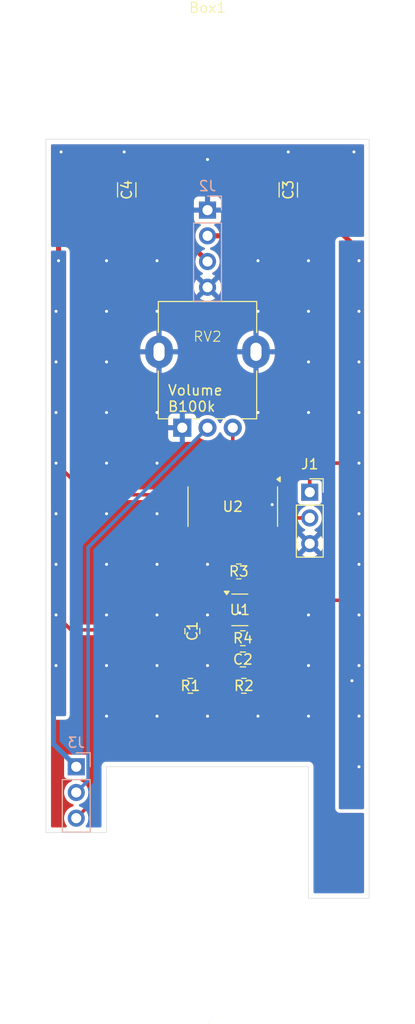
<source format=kicad_pcb>
(kicad_pcb (version 20241229) (generator "pcbnew") (generator_version "9.0")
  (layers (0 "F.Cu" jumper) (2 "B.Cu" signal) (13 "F.Paste" user) (15 "B.Paste" user) (5 "F.SilkS" user "F.Silkscreen") (7 "B.SilkS" user "B.Silkscreen") (1 "F.Mask" user) (3 "B.Mask" user) (25 "Edge.Cuts" user))
  (net 0 "")
  (net 1 "IN^{MCU}")
  (net 2 "Net-(C1-Pad1)")
  (net 3 "IN")
  (net 4 "Net-(U1-+)")
  (net 5 "OUT")
  (net 6 "+5V")
  (net 7 "GND")
  (net 8 "UPDI")
  (net 9 "Net-(U1--)")
  (net 10 "OUT^{MCU}")
  (net 17 "VREF")
  (footprint "Capacitor_SMD:C_0805_2012Metric_Pad1.18x1.45mm_HandSolder" (layer "F.Cu") (at 98.5 111.6 90)
    (property "Reference" "C1" (at 0 0 90) (layer "F.SilkS"))
    (property "Value" "6.8nF")
    (fp_line (start -0.261252 -0.735) (end 0.261252 -0.735) (stroke (width 0.12)) (layer "F.SilkS"))
    (fp_line (start -0.261252 0.735) (end 0.261252 0.735) (stroke (width 0.12)) (layer "F.SilkS"))
    (pad "1" smd roundrect (at -1.0375 0 90) (size 1.175 1.45) (layers "F.Cu" "F.Mask" "F.Paste") (roundrect_rratio 0.212766) (net 2 "Net-(C1-Pad1)"))
    (pad "2" smd roundrect (at 1.0375 0 90) (size 1.175 1.45) (layers "F.Cu" "F.Mask" "F.Paste") (roundrect_rratio 0.212766) (net 1 "IN^{MCU}"))
  )
  (footprint "Mylib:1590A" (layer "F.Cu") (at 100 100)
    (property "Reference" "Box1" (at 0 -50 0) (layer "F.SilkS") (effects (font (thickness 0.1))))
    (property "Value" "1590A")
    (fp_line (start 0.05 50.375) (end 0.05 50.375) (stroke (width 0.1)) (layer "F.SilkS"))
  )
  (footprint "Package_SO:SOIC-14_3.9x8.7mm_P1.27mm" (layer "F.Cu") (at 102.5 99.3 -90)
    (property "Reference" "U2" (at 0 0 0) (layer "F.SilkS"))
    (property "Value" "ATtiny814-SS")
    (fp_line (start 0 4.435) (end -1.95 4.435) (stroke (width 0.12)) (layer "F.SilkS"))
    (fp_line (start 0 4.435) (end 1.95 4.435) (stroke (width 0.12)) (layer "F.SilkS"))
    (fp_line (start 0 -4.435) (end -1.95 -4.435) (stroke (width 0.12)) (layer "F.SilkS"))
    (fp_line (start 0 -4.435) (end 1.95 -4.435) (stroke (width 0.12)) (layer "F.SilkS"))
    (fp_poly (pts (xy -2.7 -4.37) (xy -2.94 -4.7) (xy -2.46 -4.7)) (stroke (width 0.12)) (fill yes) (layer "F.SilkS"))
    (pad "1" smd roundrect (at -2.475 -3.81 270) (size 1.95 0.6) (layers "F.Cu" "F.Mask" "F.Paste") (net 6 "+5V"))
    (pad "2" smd roundrect (at -2.475 -2.54 270) (size 1.95 0.6) (layers "F.Cu" "F.Mask" "F.Paste") (net 1 "IN^{MCU}"))
    (pad "3" smd roundrect (at -2.475 -1.27 270) (size 1.95 0.6) (layers "F.Cu" "F.Mask" "F.Paste") (net 17 "VREF"))
    (pad "4" smd roundrect (at -2.475 0 270) (size 1.95 0.6) (layers "F.Cu" "F.Mask" "F.Paste") (net 10 "OUT^{MCU}"))
    (pad "5" smd roundrect (at -2.475 1.27 270) (size 1.95 0.6) (layers "F.Cu" "F.Mask" "F.Paste"))
    (pad "6" smd roundrect (at -2.475 2.54 270) (size 1.95 0.6) (layers "F.Cu" "F.Mask" "F.Paste"))
    (pad "7" smd roundrect (at -2.475 3.81 270) (size 1.95 0.6) (layers "F.Cu" "F.Mask" "F.Paste"))
    (pad "8" smd roundrect (at 2.475 3.81 270) (size 1.95 0.6) (layers "F.Cu" "F.Mask" "F.Paste"))
    (pad "9" smd roundrect (at 2.475 2.54 270) (size 1.95 0.6) (layers "F.Cu" "F.Mask" "F.Paste"))
    (pad "10" smd roundrect (at 2.475 1.27 270) (size 1.95 0.6) (layers "F.Cu" "F.Mask" "F.Paste") (net 8 "UPDI"))
    (pad "11" smd roundrect (at 2.475 0 270) (size 1.95 0.6) (layers "F.Cu" "F.Mask" "F.Paste"))
    (pad "12" smd roundrect (at 2.475 -1.27 270) (size 1.95 0.6) (layers "F.Cu" "F.Mask" "F.Paste"))
    (pad "13" smd roundrect (at 2.475 -2.54 270) (size 1.95 0.6) (layers "F.Cu" "F.Mask" "F.Paste"))
    (pad "14" smd roundrect (at 2.475 -3.81 270) (size 1.95 0.6) (layers "F.Cu" "F.Mask" "F.Paste") (net 7 "GND"))
  )
  (footprint "Resistor_SMD:R_0805_2012Metric_Pad1.20x1.40mm_HandSolder" (layer "F.Cu") (at 103.1 105.7)
    (property "Reference" "R3" (at 0 0 0) (layer "F.SilkS"))
    (property "Value" "30k")
    (fp_line (start -0.227064 -0.735) (end 0.227064 -0.735) (stroke (width 0.12)) (layer "F.SilkS"))
    (fp_line (start -0.227064 0.735) (end 0.227064 0.735) (stroke (width 0.12)) (layer "F.SilkS"))
    (pad "1" smd roundrect (at -1 0) (size 1.2 1.4) (layers "F.Cu" "F.Mask" "F.Paste") (roundrect_rratio 0.208333) (net 1 "IN^{MCU}"))
    (pad "2" smd roundrect (at 1 0) (size 1.2 1.4) (layers "F.Cu" "F.Mask" "F.Paste") (roundrect_rratio 0.208333) (net 9 "Net-(U1--)"))
  )
  (footprint "Package_TO_SOT_SMD:SOT-23-5" (layer "F.Cu") (at 103.2 109.5)
    (property "Reference" "U1" (at 0 0 0) (layer "F.SilkS"))
    (property "Value" "OPA1655")
    (fp_line (start 0 -1.56) (end -0.8 -1.56) (stroke (width 0.12)) (layer "F.SilkS"))
    (fp_line (start 0 -1.56) (end 0.8 -1.56) (stroke (width 0.12)) (layer "F.SilkS"))
    (fp_line (start 0 1.56) (end -0.8 1.56) (stroke (width 0.12)) (layer "F.SilkS"))
    (fp_line (start 0 1.56) (end 0.8 1.56) (stroke (width 0.12)) (layer "F.SilkS"))
    (fp_poly (pts (xy -1.3 -1.51) (xy -1.54 -1.84) (xy -1.06 -1.84)) (stroke (width 0.12)) (fill yes) (layer "F.SilkS"))
    (pad "1" smd roundrect (at -1.1375 -0.95) (size 1.325 0.6) (layers "F.Cu" "F.Mask" "F.Paste") (net 1 "IN^{MCU}"))
    (pad "2" smd roundrect (at -1.1375 0) (size 1.325 0.6) (layers "F.Cu" "F.Mask" "F.Paste") (net 7 "GND"))
    (pad "3" smd roundrect (at -1.1375 0.95) (size 1.325 0.6) (layers "F.Cu" "F.Mask" "F.Paste") (net 4 "Net-(U1-+)"))
    (pad "4" smd roundrect (at 1.1375 0.95) (size 1.325 0.6) (layers "F.Cu" "F.Mask" "F.Paste") (net 9 "Net-(U1--)"))
    (pad "5" smd roundrect (at 1.1375 -0.95) (size 1.325 0.6) (layers "F.Cu" "F.Mask" "F.Paste") (net 6 "+5V"))
  )
  (footprint "Resistor_SMD:R_0805_2012Metric_Pad1.20x1.40mm_HandSolder" (layer "F.Cu") (at 103.6 117)
    (property "Reference" "R2" (at 0 0 0) (layer "F.SilkS"))
    (property "Value" "27k")
    (fp_line (start -0.227064 -0.735) (end 0.227064 -0.735) (stroke (width 0.12)) (layer "F.SilkS"))
    (fp_line (start -0.227064 0.735) (end 0.227064 0.735) (stroke (width 0.12)) (layer "F.SilkS"))
    (pad "1" smd roundrect (at -1 0) (size 1.2 1.4) (layers "F.Cu" "F.Mask" "F.Paste") (roundrect_rratio 0.208333) (net 2 "Net-(C1-Pad1)"))
    (pad "2" smd roundrect (at 1 0) (size 1.2 1.4) (layers "F.Cu" "F.Mask" "F.Paste") (roundrect_rratio 0.208333) (net 4 "Net-(U1-+)"))
  )
  (footprint "Resistor_SMD:R_0805_2012Metric_Pad1.20x1.40mm_HandSolder" (layer "F.Cu") (at 98.3 117)
    (property "Reference" "R1" (at 0 0 0) (layer "F.SilkS"))
    (property "Value" "24k")
    (fp_line (start -0.227064 -0.735) (end 0.227064 -0.735) (stroke (width 0.12)) (layer "F.SilkS"))
    (fp_line (start -0.227064 0.735) (end 0.227064 0.735) (stroke (width 0.12)) (layer "F.SilkS"))
    (pad "1" smd roundrect (at -1 0) (size 1.2 1.4) (layers "F.Cu" "F.Mask" "F.Paste") (roundrect_rratio 0.208333) (net 3 "IN"))
    (pad "2" smd roundrect (at 1 0) (size 1.2 1.4) (layers "F.Cu" "F.Mask" "F.Paste") (roundrect_rratio 0.208333) (net 2 "Net-(C1-Pad1)"))
  )
  (footprint "Capacitor_SMD:C_0805_2012Metric_Pad1.18x1.45mm_HandSolder" (layer "F.Cu") (at 103.5 114.4)
    (property "Reference" "C2" (at 0 0 0) (layer "F.SilkS"))
    (property "Value" "22nF")
    (fp_line (start -0.261252 -0.735) (end 0.261252 -0.735) (stroke (width 0.12)) (layer "F.SilkS"))
    (fp_line (start -0.261252 0.735) (end 0.261252 0.735) (stroke (width 0.12)) (layer "F.SilkS"))
    (pad "1" smd roundrect (at -1.0375 0) (size 1.175 1.45) (layers "F.Cu" "F.Mask" "F.Paste") (roundrect_rratio 0.212766) (net 17 "VREF"))
    (pad "2" smd roundrect (at 1.0375 0) (size 1.175 1.45) (layers "F.Cu" "F.Mask" "F.Paste") (roundrect_rratio 0.212766) (net 4 "Net-(U1-+)"))
  )
  (footprint "Resistor_SMD:R_0805_2012Metric_Pad1.20x1.40mm_HandSolder" (layer "F.Cu") (at 103.5 112.3)
    (property "Reference" "R4" (at 0 0 0) (layer "F.SilkS"))
    (property "Value" "10k")
    (fp_line (start -0.227064 -0.735) (end 0.227064 -0.735) (stroke (width 0.12)) (layer "F.SilkS"))
    (fp_line (start -0.227064 0.735) (end 0.227064 0.735) (stroke (width 0.12)) (layer "F.SilkS"))
    (pad "1" smd roundrect (at -1 0) (size 1.2 1.4) (layers "F.Cu" "F.Mask" "F.Paste") (roundrect_rratio 0.208333) (net 17 "VREF"))
    (pad "2" smd roundrect (at 1 0) (size 1.2 1.4) (layers "F.Cu" "F.Mask" "F.Paste") (roundrect_rratio 0.208333) (net 9 "Net-(U1--)"))
  )
  (footprint "Capacitor_SMD:C_1206_3216Metric_Pad1.33x1.80mm_HandSolder" (layer "F.Cu") (at 108 68 90)
    (property "Reference" "C3" (at 0 0 90) (layer "F.SilkS"))
    (property "Value" "47uF")
    (fp_line (start -0.711252 -0.91) (end 0.711252 -0.91) (stroke (width 0.12)) (layer "F.SilkS"))
    (fp_line (start -0.711252 0.91) (end 0.711252 0.91) (stroke (width 0.12)) (layer "F.SilkS"))
    (pad "1" smd roundrect (at -1.5625 0 90) (size 1.325 1.8) (layers "F.Cu" "F.Mask" "F.Paste") (roundrect_rratio 0.188679) (net 6 "+5V"))
    (pad "2" smd roundrect (at 1.5625 0 90) (size 1.325 1.8) (layers "F.Cu" "F.Mask" "F.Paste") (roundrect_rratio 0.188679) (net 7 "GND"))
  )
  (footprint "Capacitor_SMD:C_1206_3216Metric_Pad1.33x1.80mm_HandSolder" (layer "F.Cu") (at 92 68 90)
    (property "Reference" "C4" (at 0 0 90) (layer "F.SilkS"))
    (property "Value" "1uF")
    (fp_line (start -0.711252 -0.91) (end 0.711252 -0.91) (stroke (width 0.12)) (layer "F.SilkS"))
    (fp_line (start -0.711252 0.91) (end 0.711252 0.91) (stroke (width 0.12)) (layer "F.SilkS"))
    (pad "1" smd roundrect (at -1.5625 0 90) (size 1.325 1.8) (layers "F.Cu" "F.Mask" "F.Paste") (roundrect_rratio 0.188679) (net 17 "VREF"))
    (pad "2" smd roundrect (at 1.5625 0 90) (size 1.325 1.8) (layers "F.Cu" "F.Mask" "F.Paste") (roundrect_rratio 0.188679) (net 7 "GND"))
  )
  (footprint "Mylib:Potentiometer_9mm_MP" (layer "F.Cu") (at 100 84)
    (property "Reference" "RV2" (at 0 -1.5 0) (layer "F.SilkS") (effects (font (thickness 0.1))))
    (property "Value" "B100k")
    (fp_line (start -4.88 6.62) (end -4.88 1.9) (stroke (width 0.12)) (layer "F.SilkS"))
    (fp_line (start -4.87 -1.91) (end -4.87 -4.97) (stroke (width 0.12)) (layer "F.SilkS"))
    (fp_line (start -3.69 6.62) (end -4.87 6.62) (stroke (width 0.12)) (layer "F.SilkS"))
    (fp_line (start -0.79 6.62) (end -1.32 6.62) (stroke (width 0.12)) (layer "F.SilkS"))
    (fp_line (start 1.66 6.62) (end 0.83 6.62) (stroke (width 0.12)) (layer "F.SilkS"))
    (fp_line (start 4.87 -4.97) (end -4.87 -4.97) (stroke (width 0.12)) (layer "F.SilkS"))
    (fp_line (start 4.87 -1.91) (end 4.87 -4.97) (stroke (width 0.12)) (layer "F.SilkS"))
    (fp_line (start 4.87 6.62) (end 3.38 6.62) (stroke (width 0.12)) (layer "F.SilkS"))
    (fp_line (start 4.87 6.62) (end 4.87 1.9) (stroke (width 0.12)) (layer "F.SilkS"))
    (pad "1" thru_hole rect (at -2.5 7.5) (size 1.8 1.8) (drill 1) (layers "*.Cu" "*.Mask") (net 7 "GND"))
    (pad "2" thru_hole circle (at 0 7.5) (size 1.8 1.8) (drill 1) (layers "*.Cu" "*.Mask") (net 5 "OUT"))
    (pad "3" thru_hole circle (at 2.5 7.5) (size 1.8 1.8) (drill 1) (layers "*.Cu" "*.Mask") (net 10 "OUT^{MCU}"))
    (pad "MP" thru_hole oval (at -4.8 0) (size 2.72 3.24) (drill oval 1.1 1.8) (layers "*.Cu" "*.Mask") (net 7 "GND"))
    (pad "MP" thru_hole oval (at 4.8 0) (size 2.72 3.24) (drill oval 1.1 1.8) (layers "*.Cu" "*.Mask") (net 7 "GND"))
  )
  (footprint "Connector_PinSocket_2.54mm:PinSocket_1x03_P2.54mm_Vertical" (layer "F.Cu") (at 110.125 97.875)
    (property "Reference" "J1" (at 0 -2.77 0) (layer "F.SilkS"))
    (property "Value" "PGM")
    (fp_line (start -1.33 1.27) (end -1.33 6.41) (stroke (width 0.12)) (layer "F.SilkS"))
    (fp_line (start -1.33 1.27) (end 1.33 1.27) (stroke (width 0.12)) (layer "F.SilkS"))
    (fp_line (start -1.33 6.41) (end 1.33 6.41) (stroke (width 0.12)) (layer "F.SilkS"))
    (fp_line (start 0 -1.33) (end 1.33 -1.33) (stroke (width 0.12)) (layer "F.SilkS"))
    (fp_line (start 1.33 -1.33) (end 1.33 0) (stroke (width 0.12)) (layer "F.SilkS"))
    (fp_line (start 1.33 1.27) (end 1.33 6.41) (stroke (width 0.12)) (layer "F.SilkS"))
    (pad "1" thru_hole rect (at 0 0) (size 1.7 1.7) (drill 1) (layers "*.Cu" "*.Mask") (net 6 "+5V"))
    (pad "2" thru_hole circle (at 0 2.54) (size 1.7 1.7) (drill 1) (layers "*.Cu" "*.Mask") (net 8 "UPDI"))
    (pad "3" thru_hole circle (at 0 5.08) (size 1.7 1.7) (drill 1) (layers "*.Cu" "*.Mask") (net 7 "GND"))
  )
  (footprint "Connector_PinHeader_2.54mm:PinHeader_1x03_P2.54mm_Vertical" (layer "B.Cu") (at 87 125 180)
    (property "Reference" "J3" (at 0 2.38 0) (layer "B.SilkS") (effects (justify mirror)))
    (property "Value" "Conn_01x03_Pin")
    (fp_line (start 1.38 -1.27) (end 1.38 -6.46) (stroke (width 0.12)) (layer "B.SilkS"))
    (fp_line (start -1.38 1.38) (end 0 1.38) (stroke (width 0.12)) (layer "B.SilkS"))
    (fp_line (start -1.38 0) (end -1.38 1.38) (stroke (width 0.12)) (layer "B.SilkS"))
    (fp_line (start -1.38 -1.27) (end 1.38 -1.27) (stroke (width 0.12)) (layer "B.SilkS"))
    (fp_line (start -1.38 -1.27) (end -1.38 -6.46) (stroke (width 0.12)) (layer "B.SilkS"))
    (fp_line (start -1.38 -6.46) (end 1.38 -6.46) (stroke (width 0.12)) (layer "B.SilkS"))
    (pad "1" thru_hole rect (at 0 0 180) (size 1.7 1.7) (drill 1) (layers "*.Cu" "*.Mask") (net 17 "VREF"))
    (pad "2" thru_hole circle (at 0 -2.54 180) (size 1.7 1.7) (drill 1) (layers "*.Cu" "*.Mask") (net 5 "OUT"))
    (pad "3" thru_hole circle (at 0 -5.08 180) (size 1.7 1.7) (drill 1) (layers "*.Cu" "*.Mask") (net 3 "IN"))
  )
  (footprint "Connector_PinHeader_2.54mm:PinHeader_1x04_P2.54mm_Vertical" (layer "B.Cu") (at 100 70 180)
    (property "Reference" "J2" (at 0 2.38 0) (layer "B.SilkS") (effects (justify mirror)))
    (property "Value" "Conn_01x04_Pin")
    (fp_line (start 1.38 -1.27) (end 1.38 -9) (stroke (width 0.12)) (layer "B.SilkS"))
    (fp_line (start -1.38 1.38) (end 0 1.38) (stroke (width 0.12)) (layer "B.SilkS"))
    (fp_line (start -1.38 0) (end -1.38 1.38) (stroke (width 0.12)) (layer "B.SilkS"))
    (fp_line (start -1.38 -1.27) (end 1.38 -1.27) (stroke (width 0.12)) (layer "B.SilkS"))
    (fp_line (start -1.38 -1.27) (end -1.38 -9) (stroke (width 0.12)) (layer "B.SilkS"))
    (fp_line (start -1.38 -9) (end 1.38 -9) (stroke (width 0.12)) (layer "B.SilkS"))
    (pad "1" thru_hole rect (at 0 0 180) (size 1.7 1.7) (drill 1) (layers "*.Cu" "*.Mask") (net 7 "GND"))
    (pad "2" thru_hole circle (at 0 -2.54 180) (size 1.7 1.7) (drill 1) (layers "*.Cu" "*.Mask") (net 6 "+5V"))
    (pad "3" thru_hole circle (at 0 -5.08 180) (size 1.7 1.7) (drill 1) (layers "*.Cu" "*.Mask") (net 17 "VREF"))
    (pad "4" thru_hole circle (at 0 -7.62 180) (size 1.7 1.7) (drill 1) (layers "*.Cu" "*.Mask") (net 7 "GND"))
  )
  (gr_line (start 116 138) (end 116 63) (stroke (width 0.05)) (layer "Edge.Cuts"))
  (gr_line (start 84 131.5) (end 90 131.5) (stroke (width 0.05)) (layer "Edge.Cuts"))
  (gr_line (start 116 63) (end 84 63) (stroke (width 0.05)) (layer "Edge.Cuts"))
  (gr_line (start 90 125) (end 110 125) (stroke (width 0.05)) (layer "Edge.Cuts"))
  (gr_line (start 110 138) (end 116 138) (stroke (width 0.05)) (layer "Edge.Cuts"))
  (gr_line (start 90 131.5) (end 90 125) (stroke (width 0.05)) (layer "Edge.Cuts"))
  (gr_line (start 84 63) (end 84 131.5) (stroke (width 0.05)) (layer "Edge.Cuts"))
  (gr_line (start 110 125) (end 110 138) (stroke (width 0.05)) (layer "Edge.Cuts"))
  (gr_text "Volume\nB100k" (at 96 90 0) (layer "F.SilkS") (effects (font (size 1 1)) (justify left bottom)))
  (segment (start 105.04 97.799999) (end 102.925999 99.914) (width 0.35) (layer "F.Cu") (net 1))
  (segment (start 102.925999 99.914) (end 101.438678 99.914) (width 0.35) (layer "F.Cu") (net 1))
  (segment (start 98.5 109.5) (end 99.45 108.55) (width 0.35) (layer "F.Cu") (net 1))
  (segment (start 100.604 104.204) (end 102.1 105.7) (width 0.35) (layer "F.Cu") (net 1))
  (segment (start 102.1 105.7) (end 102.1 108.5125) (width 0.35) (layer "F.Cu") (net 1))
  (segment (start 105.04 96.825) (end 105.04 97.799999) (width 0.35) (layer "F.Cu") (net 1))
  (segment (start 101.438678 99.914) (end 100.604 100.748678) (width 0.35) (layer "F.Cu") (net 1))
  (segment (start 98.5 110.5625) (end 98.5 109.5) (width 0.35) (layer "F.Cu") (net 1))
  (segment (start 102.1 108.5125) (end 102.0625 108.55) (width 0.35) (layer "F.Cu") (net 1))
  (segment (start 99.45 108.55) (end 102.0625 108.55) (width 0.35) (layer "F.Cu") (net 1))
  (segment (start 100.604 100.748678) (end 100.604 104.204) (width 0.35) (layer "F.Cu") (net 1))
  (segment (start 98.5 112.6375) (end 98.5 116.2) (width 0.35) (layer "F.Cu") (net 2))
  (segment (start 99.3 117) (end 102.6 117) (width 0.35) (layer "F.Cu") (net 2))
  (segment (start 98.5 116.2) (end 99.3 117) (width 0.35) (layer "F.Cu") (net 2))
  (segment (start 97.3 117) (end 95.591479 117) (width 0.35) (layer "F.Cu") (net 3))
  (segment (start 89.3 123.291479) (end 89.3 127.78) (width 0.35) (layer "F.Cu") (net 3))
  (segment (start 95.591479 117) (end 89.3 123.291479) (width 0.35) (layer "F.Cu") (net 3))
  (segment (start 89.3 127.78) (end 87 130.08) (width 0.35) (layer "F.Cu") (net 3))
  (segment (start 102.419514 110.45) (end 103.574 111.604486) (width 0.35) (layer "F.Cu") (net 4))
  (segment (start 103.574 111.604486) (end 103.574 113.4365) (width 0.35) (layer "F.Cu") (net 4))
  (segment (start 104.6 117) (end 104.6 114.4625) (width 0.35) (layer "F.Cu") (net 4))
  (segment (start 102.0625 110.45) (end 102.419514 110.45) (width 0.35) (layer "F.Cu") (net 4))
  (segment (start 103.574 113.4365) (end 104.5375 114.4) (width 0.35) (layer "F.Cu") (net 4))
  (segment (start 104.6 114.4625) (end 104.5375 114.4) (width 0.35) (layer "F.Cu") (net 4))
  (segment (start 88.176 126.364) (end 88.176 103.324) (width 0.35) (layer "B.Cu") (net 5))
  (segment (start 87 127.54) (end 88.176 126.364) (width 0.35) (layer "B.Cu") (net 5))
  (segment (start 88.176 103.324) (end 100 91.5) (width 0.35) (layer "B.Cu") (net 5))
  (segment (start 105.022499 72.54) (end 107.999997 69.562502) (width 0.5) (layer "F.Cu") (net 6))
  (segment (start 107.999997 69.562502) (end 110.562502 69.562502) (width 0.5) (layer "F.Cu") (net 6))
  (segment (start 110.125 95.025) (end 110.1 95) (width 0.35) (layer "F.Cu") (net 6))
  (segment (start 100 72.54) (end 105.022499 72.54) (width 0.5) (layer "F.Cu") (net 6))
  (segment (start 115 74) (end 115 75) (width 0.5) (layer "F.Cu") (net 6))
  (segment (start 110.1 95) (end 108.135 95) (width 0.35) (layer "F.Cu") (net 6))
  (segment (start 108.135 95) (end 106.31 96.825) (width 0.35) (layer "F.Cu") (net 6))
  (segment (start 115 95) (end 110.1 95) (width 0.35) (layer "F.Cu") (net 6))
  (segment (start 113.55 108.55) (end 115 110) (width 0.35) (layer "F.Cu") (net 6))
  (segment (start 110.125 97.875) (end 110.125 95.025) (width 0.35) (layer "F.Cu") (net 6))
  (segment (start 104.3375 108.55) (end 113.55 108.55) (width 0.35) (layer "F.Cu") (net 6))
  (segment (start 110.562502 69.562502) (end 115 74) (width 0.5) (layer "F.Cu") (net 6))
  (via (at 115 80) (size 0.6) (drill 0.3) (layers "F.Cu" "B.Cu") (net 6))
  (via (at 115 85) (size 0.6) (drill 0.3) (layers "F.Cu" "B.Cu") (net 6))
  (via (at 115 100) (size 0.6) (drill 0.3) (layers "F.Cu" "B.Cu") (net 6))
  (via (at 115 110) (size 0.6) (drill 0.3) (layers "F.Cu" "B.Cu") (net 6))
  (via (at 115 115) (size 0.6) (drill 0.3) (layers "F.Cu" "B.Cu") (net 6))
  (via (at 114.3 116.5) (size 0.6) (drill 0.3) (layers "F.Cu" "B.Cu") (net 6))
  (via (at 115 90) (size 0.6) (drill 0.3) (layers "F.Cu" "B.Cu") (net 6))
  (via (at 115 105) (size 0.6) (drill 0.3) (layers "F.Cu" "B.Cu") (net 6))
  (via (at 115 95) (size 0.6) (drill 0.3) (layers "F.Cu" "B.Cu") (net 6))
  (via (at 115 75) (size 0.6) (drill 0.3) (layers "F.Cu" "B.Cu") (net 6))
  (via (at 115 125) (size 0.6) (drill 0.3) (layers "F.Cu" "B.Cu") (net 6))
  (via (at 115 120) (size 0.6) (drill 0.3) (layers "F.Cu" "B.Cu") (net 6))
  (segment (start 98.095 92.095) (end 97.5 91.5) (width 0.35) (layer "F.Cu") (net 7))
  (segment (start 102.0625 109.5) (end 100.5 109.5) (width 0.5) (layer "F.Cu") (net 7))
  (segment (start 102.0625 109.5) (end 102.9 109.5) (width 0.5) (layer "F.Cu") (net 7))
  (segment (start 100.5 109.5) (end 100 110) (width 0.5) (layer "F.Cu") (net 7))
  (segment (start 102.9 109.5) (end 103.2 109.8) (width 0.5) (layer "F.Cu") (net 7))
  (via (at 110 85) (size 0.6) (drill 0.3) (layers "F.Cu" "B.Cu") (net 7))
  (via (at 103.2 109.8) (size 0.6) (drill 0.3) (layers "F.Cu" "B.Cu") (net 7))
  (via (at 105 75) (size 0.6) (drill 0.3) (layers "F.Cu" "B.Cu") (net 7))
  (via (at 90 75) (size 0.6) (drill 0.3) (layers "F.Cu" "B.Cu") (net 7))
  (via (at 110 75) (size 0.6) (drill 0.3) (layers "F.Cu" "B.Cu") (net 7))
  (via (at 90 120) (size 0.6) (drill 0.3) (layers "F.Cu" "B.Cu") (net 7))
  (via (at 105 80) (size 0.6) (drill 0.3) (layers "F.Cu" "B.Cu") (net 7))
  (via (at 90 95) (size 0.6) (drill 0.3) (layers "F.Cu" "B.Cu") (net 7))
  (via (at 105 90) (size 0.6) (drill 0.3) (layers "F.Cu" "B.Cu") (net 7))
  (via (at 90 110) (size 0.6) (drill 0.3) (layers "F.Cu" "B.Cu") (net 7))
  (via (at 110 120) (size 0.6) (drill 0.3) (layers "F.Cu" "B.Cu") (net 7))
  (via (at 90 85) (size 0.6) (drill 0.3) (layers "F.Cu" "B.Cu") (net 7))
  (via (at 95 75) (size 0.6) (drill 0.3) (layers "F.Cu" "B.Cu") (net 7))
  (via (at 114.5 64.25) (size 0.6) (drill 0.3) (layers "F.Cu" "B.Cu") (net 7))
  (via (at 100 105) (size 0.6) (drill 0.3) (layers "F.Cu" "B.Cu") (net 7))
  (via (at 90 100) (size 0.6) (drill 0.3) (layers "F.Cu" "B.Cu") (net 7))
  (via (at 95 95) (size 0.6) (drill 0.3) (layers "F.Cu" "B.Cu") (net 7))
  (via (at 100 120) (size 0.6) (drill 0.3) (layers "F.Cu" "B.Cu") (net 7))
  (via (at 100 110) (size 0.6) (drill 0.3) (layers "F.Cu" "B.Cu") (net 7))
  (via (at 95 120) (size 0.6) (drill 0.3) (layers "F.Cu" "B.Cu") (net 7))
  (via (at 95 80) (size 0.6) (drill 0.3) (layers "F.Cu" "B.Cu") (net 7))
  (via (at 90 115) (size 0.6) (drill 0.3) (layers "F.Cu" "B.Cu") (net 7))
  (via (at 100 65) (size 0.6) (drill 0.3) (layers "F.Cu" "B.Cu") (net 7))
  (via (at 95 100) (size 0.6) (drill 0.3) (layers "F.Cu" "B.Cu") (net 7))
  (via (at 95 110) (size 0.6) (drill 0.3) (layers "F.Cu" "B.Cu") (net 7))
  (via (at 91.75 64.25) (size 0.6) (drill 0.3) (layers "F.Cu" "B.Cu") (net 7))
  (via (at 110 115) (size 0.6) (drill 0.3) (layers "F.Cu" "B.Cu") (net 7))
  (via (at 105 120) (size 0.6) (drill 0.3) (layers "F.Cu" "B.Cu") (net 7))
  (via (at 95 115) (size 0.6) (drill 0.3) (layers "F.Cu" "B.Cu") (net 7))
  (via (at 90 105) (size 0.6) (drill 0.3) (layers "F.Cu" "B.Cu") (net 7))
  (via (at 110 80) (size 0.6) (drill 0.3) (layers "F.Cu" "B.Cu") (net 7))
  (via (at 85.5 64.25) (size 0.6) (drill 0.3) (layers "F.Cu" "B.Cu") (net 7))
  (via (at 100 115) (size 0.6) (drill 0.3) (layers "F.Cu" "B.Cu") (net 7))
  (via (at 95 105) (size 0.6) (drill 0.3) (layers "F.Cu" "B.Cu") (net 7))
  (via (at 90 80) (size 0.6) (drill 0.3) (layers "F.Cu" "B.Cu") (net 7))
  (via (at 106.4 99.1) (size 0.6) (drill 0.3) (layers "F.Cu" "B.Cu") (net 7))
  (via (at 110 90) (size 0.6) (drill 0.3) (layers "F.Cu" "B.Cu") (net 7))
  (via (at 110 110) (size 0.6) (drill 0.3) (layers "F.Cu" "B.Cu") (net 7))
  (via (at 95 90) (size 0.6) (drill 0.3) (layers "F.Cu" "B.Cu") (net 7))
  (via (at 90 90) (size 0.6) (drill 0.3) (layers "F.Cu" "B.Cu") (net 7))
  (via (at 108 64.25) (size 0.6) (drill 0.3) (layers "F.Cu" "B.Cu") (net 7))
  (segment (start 101.23 101.392678) (end 101.23 101.775) (width 0.35) (layer "F.Cu") (net 8))
  (segment (start 102.207678 100.415) (end 101.23 101.392678) (width 0.35) (layer "F.Cu") (net 8))
  (segment (start 110.125 100.415) (end 102.207678 100.415) (width 0.35) (layer "F.Cu") (net 8))
  (segment (start 103.349 106.451) (end 104.1 105.7) (width 0.35) (layer "F.Cu") (net 9))
  (segment (start 104.3375 109.9375) (end 103.349 108.949) (width 0.35) (layer "F.Cu") (net 9))
  (segment (start 104.5 112.3) (end 104.5 110.6125) (width 0.35) (layer "F.Cu") (net 9))
  (segment (start 104.5 110.6125) (end 104.3375 110.45) (width 0.35) (layer "F.Cu") (net 9))
  (segment (start 104.3375 110.45) (end 104.3375 109.9375) (width 0.35) (layer "F.Cu") (net 9))
  (segment (start 103.349 108.949) (end 103.349 106.451) (width 0.35) (layer "F.Cu") (net 9))
  (segment (start 102.5 96.825) (end 102.5 91.5) (width 0.35) (layer "F.Cu") (net 10))
  (segment (start 103.77 97.799999) (end 103.443999 98.126) (width 0.35) (layer "F.Cu") (net 17))
  (segment (start 102.4625 112.3375) (end 102.5 112.3) (width 0.35) (layer "F.Cu") (net 17))
  (segment (start 89.187498 69.562502) (end 85.25 73.5) (width 0.5) (layer "F.Cu") (net 17))
  (segment (start 102.4625 114.4) (end 102.4625 112.3375) (width 0.35) (layer "F.Cu") (net 17))
  (segment (start 91.999997 69.562502) (end 89.187498 69.562502) (width 0.5) (layer "F.Cu") (net 17))
  (segment (start 92.458495 70.021) (end 91.999997 69.562502) (width 0.5) (layer "F.Cu") (net 17))
  (segment (start 94.4825 69.5625) (end 92 69.5625) (width 0.5) (layer "F.Cu") (net 17))
  (segment (start 86.476 111.476) (end 85 110) (width 0.35) (layer "F.Cu") (net 17))
  (segment (start 103.77 96.825) (end 103.77 97.799999) (width 0.35) (layer "F.Cu") (net 17))
  (segment (start 102.5 112.3) (end 101.676 111.476) (width 0.35) (layer "F.Cu") (net 17))
  (segment (start 85.25 73.5) (end 85.25 75) (width 0.5) (layer "F.Cu") (net 17))
  (segment (start 101.676 111.476) (end 86.476 111.476) (width 0.35) (layer "F.Cu") (net 17))
  (segment (start 103.443999 98.126) (end 88.126 98.126) (width 0.35) (layer "F.Cu") (net 17))
  (segment (start 100 75.08) (end 94.4825 69.5625) (width 0.5) (layer "F.Cu") (net 17))
  (segment (start 88.126 98.126) (end 85 95) (width 0.35) (layer "F.Cu") (net 17))
  (via (at 85 105) (size 0.6) (drill 0.3) (layers "F.Cu" "B.Cu") (net 17))
  (via (at 85.25 75) (size 0.6) (drill 0.3) (layers "F.Cu" "B.Cu") (net 17))
  (via (at 85 90) (size 0.6) (drill 0.3) (layers "F.Cu" "B.Cu") (net 17))
  (via (at 85 95) (size 0.6) (drill 0.3) (layers "F.Cu" "B.Cu") (net 17))
  (via (at 85 110) (size 0.6) (drill 0.3) (layers "F.Cu" "B.Cu") (net 17))
  (via (at 85 100) (size 0.6) (drill 0.3) (layers "F.Cu" "B.Cu") (net 17))
  (via (at 85 115) (size 0.6) (drill 0.3) (layers "F.Cu" "B.Cu") (net 17))
  (via (at 85 80) (size 0.6) (drill 0.3) (layers "F.Cu" "B.Cu") (net 17))
  (via (at 85 85) (size 0.6) (drill 0.3) (layers "F.Cu" "B.Cu") (net 17))
  (segment (start 84.751 122.751) (end 84.751 115.249) (width 0.5) (layer "B.Cu") (net 17))
  (segment (start 84.751 115.249) (end 85 115) (width 0.5) (layer "B.Cu") (net 17))
  (segment (start 87 125) (end 84.751 122.751) (width 0.5) (layer "B.Cu") (net 17))
  (zone (net 6) (net_name "+5V") (layers "F.Cu" "B.Cu") (priority 2) (connect_pads (clearance 0.35)) (min_thickness 0.25) (fill yes (thermal_gap 0.5) (thermal_bridge_width 0.5))
    (polygon (pts (xy 113 73) (xy 116 73) (xy 116 129.2) (xy 113 129.2)))
  )
  (zone (net 7) (net_name "GND") (layers "F.Cu" "B.Cu") (connect_pads (clearance 0.35)) (min_thickness 0.25) (fill yes (thermal_gap 0.5) (thermal_bridge_width 0.5) (smoothing chamfer) (radius 1))
    (polygon (pts (xy 80.8 53.7) (xy 119.3 53.7) (xy 119.3 146.3) (xy 80.8 146.3)))
  )
  (zone (net 17) (net_name "VREF") (layers "F.Cu" "B.Cu") (priority 1) (connect_pads (clearance 0.35)) (min_thickness 0.25) (fill yes (thermal_gap 0.5) (thermal_bridge_width 0.5))
    (polygon (pts (xy 84 74) (xy 86 74) (xy 86 120) (xy 84 120)))
  )
)
</source>
